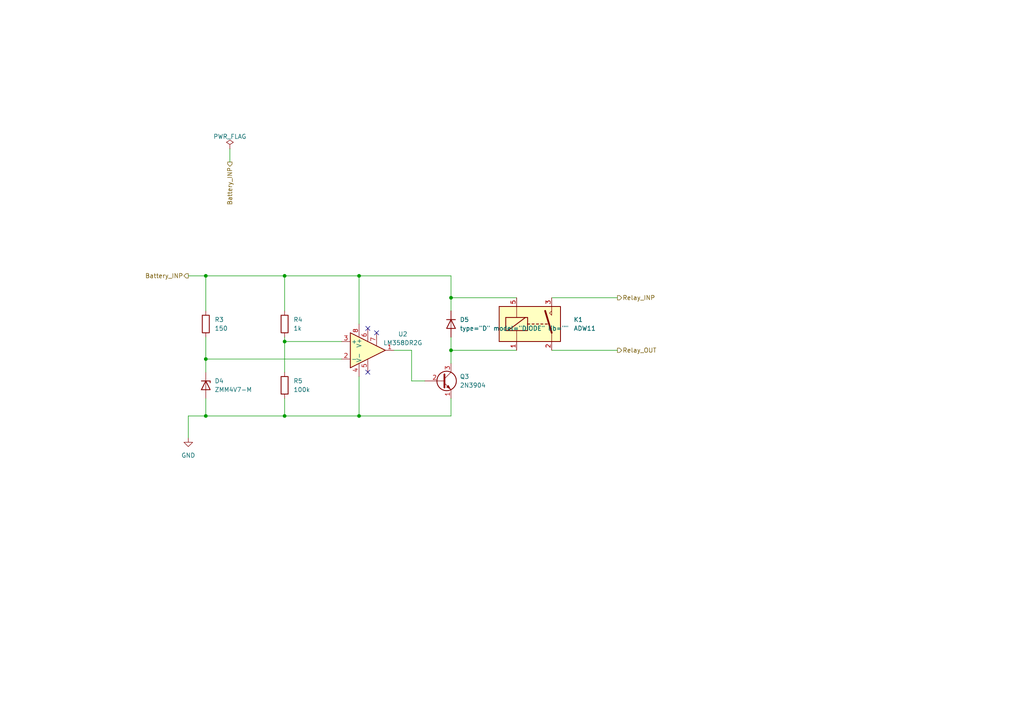
<source format=kicad_sch>
(kicad_sch (version 20211123) (generator eeschema)
  (paper "A4")
  (lib_symbols
    (symbol "Device:D_Zener" (pin_numbers hide) (pin_names (offset 1.016) hide)
      (property "Reference" "D" (at 0 2.54 0))
      (property "Value" "D_Zener" (at 0 -2.54 0))
      (symbol "D_Zener_0_1"
        (polyline (pts (xy 1.27 0) (xy -1.27 0)))
        (polyline (pts (xy -1.27 -1.27) (xy -1.27 1.27) (xy -0.762 1.27)) (stroke (width 0.254)))
        (polyline (pts (xy 1.27 -1.27) (xy 1.27 1.27) (xy -1.27 0) (xy 1.27 -1.27)) (stroke (width 0.254)))
      )
      (symbol "D_Zener_1_1"
        (pin passive line (at -3.81 0 0) (length 2.54) (name "K") (number "1"))
        (pin passive line (at 3.81 0 180) (length 2.54) (name "A") (number "2"))
      )
    )
    (symbol "Device:R" (pin_numbers hide) (pin_names (offset 0))
      (property "Reference" "R" (at 2.032 0 90))
      (property "Value" "R" (at 0 0 90))
      (symbol "R_0_1"
        (rectangle (start -1.016 -2.54) (end 1.016 2.54) (stroke (width 0.254)))
      )
      (symbol "R_1_1"
        (pin passive line (at 0 3.81 270) (length 1.27) (name "~") (number "1"))
        (pin passive line (at 0 -3.81 90) (length 1.27) (name "~") (number "2"))
      )
    )
    (symbol "Relay:G5Q-1A"
      (property "Reference" "K" (at 8.89 3.81 0))
      (property "Value" "G5Q-1A" (at 8.89 1.27 0))
      (symbol "G5Q-1A_0_0"
        (polyline (pts (xy 5.08 5.08) (xy 5.08 2.54) (xy 4.445 3.175) (xy 5.08 3.81)))
      )
      (symbol "G5Q-1A_0_1"
        (rectangle (start -10.16 5.08) (end 7.62 -5.08) (stroke (width 0.254)) (fill (type background)))
        (rectangle (start -8.255 1.905) (end -1.905 -1.905) (stroke (width 0.254)))
        (polyline (pts (xy -7.62 -1.905) (xy -2.54 1.905)) (stroke (width 0.254)))
        (polyline (pts (xy -5.08 -5.08) (xy -5.08 -1.905)))
        (polyline (pts (xy -5.08 5.08) (xy -5.08 1.905)))
        (polyline (pts (xy -1.905 0) (xy -1.27 0)) (stroke (width 0.254)))
        (polyline (pts (xy -0.635 0) (xy 0 0)) (stroke (width 0.254)))
        (polyline (pts (xy 0.635 0) (xy 1.27 0)) (stroke (width 0.254)))
        (polyline (pts (xy 1.905 0) (xy 2.54 0)) (stroke (width 0.254)))
        (polyline (pts (xy 3.175 0) (xy 3.81 0)) (stroke (width 0.254)))
        (polyline (pts (xy 5.08 -2.54) (xy 3.175 3.81)) (stroke (width 0.508)))
        (polyline (pts (xy 5.08 -2.54) (xy 5.08 -5.08)))
      )
      (symbol "G5Q-1A_1_1"
        (pin passive line (at -5.08 -7.62 90) (length 2.54) (name "~") (number "1"))
        (pin passive line (at 5.08 -7.62 90) (length 2.54) (name "~") (number "2"))
        (pin passive line (at 5.08 7.62 270) (length 2.54) (name "~") (number "3"))
        (pin passive line (at -5.08 7.62 270) (length 2.54) (name "~") (number "5"))
      )
    )
    (symbol "Simulation_SPICE:DIODE" (pin_numbers hide) (pin_names (offset 1.016) hide)
      (property "Reference" "D" (at 0 2.54 0))
      (property "Value" "DIODE" (at 0 -2.54 0))
      (symbol "DIODE_0_1"
        (polyline (pts (xy 1.27 0) (xy -1.27 0)))
        (polyline (pts (xy 1.27 1.27) (xy 1.27 -1.27)) (stroke (width 0.254)))
        (polyline (pts (xy -1.27 -1.27) (xy -1.27 1.27) (xy 1.27 0) (xy -1.27 -1.27)) (stroke (width 0.254)))
      )
      (symbol "DIODE_1_1"
        (pin passive line (at -3.81 0 0) (length 2.54) (name "A") (number "1"))
        (pin passive line (at 3.81 0 180) (length 2.54) (name "K") (number "2"))
      )
    )
    (symbol "Symbol_EEE3088F:LM358DR2G" (pin_names (offset 0.254))
      (property "Reference" "U" (at 3.81 3.175 0))
      (property "Value" "LM358DR2G" (at 3.81 -3.175 0))
      (symbol "LM358DR2G_0_1"
        (polyline (pts (xy 5.08 0) (xy -5.08 5.08) (xy -5.08 -5.08) (xy 5.08 0)) (stroke (width 0.254)) (fill (type background)))
      )
      (symbol "LM358DR2G_1_1"
        (pin output line (at 7.62 0 180) (length 2.54) (name "~") (number "1"))
        (pin input line (at -7.62 -2.54 0) (length 2.54) (name "-") (number "2"))
        (pin input line (at -7.62 2.54 0) (length 2.54) (name "+") (number "3"))
        (pin power_in line (at -2.54 -7.62 90) (length 3.81) (name "V-") (number "4"))
        (pin passive line (at 0 -6.35 90) (length 3.81) (name "") (number "5"))
        (pin passive line (at 0 6.35 270) (length 3.81) (name "") (number "6"))
        (pin passive line (at 2.54 5.08 270) (length 3.81) (name "") (number "7"))
        (pin power_in line (at -2.54 7.62 270) (length 3.81) (name "V+") (number "8"))
      )
    )
    (symbol "Transistor_BJT:2N3904" (pin_names (offset 0) hide)
      (property "Reference" "Q" (at 5.08 1.905 0))
      (property "Value" "2N3904" (at 5.08 0 0))
      (symbol "2N3904_0_1"
        (polyline (pts (xy 0.635 0.635) (xy 2.54 2.54)))
        (polyline (pts (xy 0.635 -0.635) (xy 2.54 -2.54) (xy 2.54 -2.54)))
        (polyline (pts (xy 0.635 1.905) (xy 0.635 -1.905) (xy 0.635 -1.905)) (stroke (width 0.508)))
        (polyline (pts (xy 1.27 -1.778) (xy 1.778 -1.27) (xy 2.286 -2.286) (xy 1.27 -1.778) (xy 1.27 -1.778)) (fill (type outline)))
        (circle (center 1.27 0) (radius 2.8194) (stroke (width 0.254)))
      )
      (symbol "2N3904_1_1"
        (pin passive line (at 2.54 -5.08 90) (length 2.54) (name "E") (number "1"))
        (pin passive line (at -5.08 0 0) (length 5.715) (name "B") (number "2"))
        (pin passive line (at 2.54 5.08 270) (length 2.54) (name "C") (number "3"))
      )
    )
    (symbol "power:GND" (power) (pin_names (offset 0))
      (property "Value" "GND" (at 0 -3.81 0))
      (symbol "GND_0_1"
        (polyline (pts (xy 0 0) (xy 0 -1.27) (xy 1.27 -1.27) (xy 0 -2.54) (xy -1.27 -1.27) (xy 0 -1.27)))
      )
      (symbol "GND_1_1"
        (pin power_in line (at 0 0 270) (length 0) hide (name "GND") (number "1"))
      )
    )
    (symbol "power:PWR_FLAG" (power) (pin_numbers hide) (pin_names (offset 0) hide)
      (property "Value" "PWR_FLAG" (at 0 3.81 0))
      (symbol "PWR_FLAG_0_0"
        (pin power_out line (at 0 0 90) (length 0) (name "pwr") (number "1"))
      )
      (symbol "PWR_FLAG_0_1"
        (polyline (pts (xy 0 0) (xy 0 1.27) (xy -1.016 1.905) (xy 0 2.54) (xy 1.016 1.905) (xy 0 1.27)))
      )
    )
  )
  (junction (at 82.55 120.65))
  (junction (at 130.81 101.6))
  (junction (at 104.14 80.01))
  (junction (at 82.55 99.06))
  (junction (at 130.81 86.36))
  (junction (at 59.69 80.01))
  (junction (at 59.69 120.65))
  (junction (at 59.69 104.14))
  (junction (at 82.55 80.01))
  (junction (at 104.14 120.65))
  (no_connect (at 106.68 107.95))
  (no_connect (at 106.68 95.25))
  (no_connect (at 109.22 96.52))
  (wire (pts (xy 104.14 80.01) (xy 82.55 80.01)))
  (wire (pts (xy 119.38 101.6) (xy 119.38 110.49)))
  (wire (pts (xy 104.14 80.01) (xy 104.14 93.98)))
  (wire (pts (xy 59.69 80.01) (xy 59.69 90.17)))
  (wire (pts (xy 82.55 99.06) (xy 82.55 107.95)))
  (wire (pts (xy 59.69 115.57) (xy 59.69 120.65)))
  (wire (pts (xy 82.55 99.06) (xy 99.06 99.06)))
  (wire (pts (xy 149.86 86.36) (xy 130.81 86.36)))
  (wire (pts (xy 130.81 80.01) (xy 104.14 80.01)))
  (wire (pts (xy 130.81 86.36) (xy 130.81 80.01)))
  (wire (pts (xy 130.81 101.6) (xy 149.86 101.6)))
  (wire (pts (xy 82.55 120.65) (xy 104.14 120.65)))
  (wire (pts (xy 130.81 86.36) (xy 130.81 90.17)))
  (wire (pts (xy 119.38 110.49) (xy 123.19 110.49)))
  (wire (pts (xy 130.81 97.79) (xy 130.81 101.6)))
  (wire (pts (xy 59.69 104.14) (xy 99.06 104.14)))
  (wire (pts (xy 104.14 120.65) (xy 130.81 120.65)))
  (wire (pts (xy 66.675 43.18) (xy 66.675 46.99)))
  (wire (pts (xy 130.81 115.57) (xy 130.81 120.65)))
  (wire (pts (xy 54.61 80.01) (xy 59.69 80.01)))
  (wire (pts (xy 54.61 120.65) (xy 59.69 120.65)))
  (wire (pts (xy 114.3 101.6) (xy 119.38 101.6)))
  (wire (pts (xy 59.69 104.14) (xy 59.69 107.95)))
  (wire (pts (xy 130.81 101.6) (xy 130.81 105.41)))
  (wire (pts (xy 160.02 86.36) (xy 179.07 86.36)))
  (wire (pts (xy 82.55 97.79) (xy 82.55 99.06)))
  (wire (pts (xy 54.61 127) (xy 54.61 120.65)))
  (wire (pts (xy 59.69 97.79) (xy 59.69 104.14)))
  (wire (pts (xy 59.69 120.65) (xy 82.55 120.65)))
  (wire (pts (xy 82.55 80.01) (xy 82.55 90.17)))
  (wire (pts (xy 160.02 101.6) (xy 179.07 101.6)))
  (wire (pts (xy 82.55 80.01) (xy 59.69 80.01)))
  (wire (pts (xy 104.14 109.22) (xy 104.14 120.65)))
  (wire (pts (xy 82.55 115.57) (xy 82.55 120.65)))
  (hierarchical_label "Battery_INP" (shape output) (at 54.61 80.01 180))
  (hierarchical_label "Relay_OUT" (shape output) (at 179.07 101.6 0))
  (hierarchical_label "Relay_INP" (shape output) (at 179.07 86.36 0))
  (hierarchical_label "Battery_INP" (shape output) (at 66.675 46.99 270))
  (symbol (lib_id "Simulation_SPICE:DIODE") (at 130.81 93.98 90) (unit 1)
    (property "Reference" "D5" (at 133.35 92.7099 90) (effects (justify right)))
    (property "Value" "DIODE" (at 133.35 95.2499 90) (effects (justify right)))
    (property "Footprint" "Footprint_EEE3088F:DO-214AC_L4.3-W2.7-LS5.3-RD" (effects hide))
    (property "Spice_Netlist_Enabled" "Y" (effects hide))
    (property "Spice_Primitive" "D" (effects hide))
    (property "JLC Part #" "C95872" (effects hide))
    (property "Price" "0.0089" (effects hide))
  )
  (symbol (lib_id "Device:R") (at 59.69 93.98 0) (unit 1)
    (property "Reference" "R3" (at 62.23 92.7099 0) (effects (justify left)))
    (property "Value" "150" (at 62.23 95.2499 0) (effects (justify left)))
    (property "Footprint" "Resistor_SMD:R_0402_1005Metric" (effects hide))
    (property "JLC Part #" "C25082" (effects hide))
    (property "Price" "0.0007" (effects hide))
  )
  (symbol (lib_id "Transistor_BJT:2N3904") (at 128.27 110.49 0) (unit 1)
    (property "Reference" "Q3" (at 133.35 109.2199 0) (effects (justify left)))
    (property "Value" "2N3904" (at 133.35 111.7599 0) (effects (justify left)))
    (property "Footprint" "Package_TO_SOT_SMD:SOT-23" (effects hide))
    (property "Datasheet" "https://www.onsemi.com/pub/Collateral/2N3903-D.PDF" (effects hide))
    (property "JLC Part #" "C20526" (effects hide))
    (property "Price" "0.0153" (effects hide))
  )
  (symbol (lib_id "power:GND") (at 54.61 127 0) (unit 1)
    (property "Reference" "#PWR018" (effects hide))
    (property "Value" "GND" (at 54.61 132.08 0))
  )
  (symbol (lib_id "Device:R") (at 82.55 93.98 0) (unit 1)
    (property "Reference" "R4" (at 85.09 92.7099 0) (effects (justify left)))
    (property "Value" "1k" (at 85.09 95.2499 0) (effects (justify left)))
    (property "Footprint" "Resistor_SMD:R_0402_1005Metric" (effects hide))
    (property "JLC Part #" "C11702" (effects hide))
    (property "Price" "0.0008" (effects hide))
  )
  (symbol (lib_id "Device:R") (at 82.55 111.76 0) (unit 1)
    (property "Reference" "R5" (at 85.09 110.4899 0) (effects (justify left)))
    (property "Value" "100k" (at 85.09 113.0299 0) (effects (justify left)))
    (property "Footprint" "Resistor_SMD:R_0402_1005Metric" (effects hide))
    (property "JLC Part #" "C25744" (effects hide))
    (property "Price" "0.0007" (effects hide))
  )
  (symbol (lib_id "Symbol_EEE3088F:LM358DR2G") (at 106.68 101.6 0) (unit 1)
    (property "Reference" "U2" (at 116.84 96.901 0))
    (property "Value" "LM358DR2G" (at 116.84 99.441 0))
    (property "Footprint" "Package_SO:SOIC-8_3.9x4.9mm_P1.27mm" (effects hide))
    (property "JLC Part #" "C7950" (effects hide))
    (property "Price" "0.149" (effects hide))
  )
  (symbol (lib_id "power:PWR_FLAG") (at 66.675 43.18 0) (unit 1)
    (property "Reference" "#FLG0102" (effects hide))
    (property "Value" "PWR_FLAG" (at 66.675 39.6042 0))
  )
  (symbol (lib_id "Relay:G5Q-1A") (at 154.94 93.98 0) (unit 1)
    (property "Reference" "K1" (at 166.37 92.7099 0) (effects (justify left)))
    (property "Value" "ADW11" (at 166.37 95.2499 0) (effects (justify left)))
    (property "Footprint" "Relay_THT:Relay_SPST_Omron-G5Q-1A" (effects hide))
    (property "Datasheet" "https://www.omron.com/ecb/products/pdf/en-g5q.pdf" (effects hide))
    (property "JLC Part #" "C34758" (effects hide))
    (property "Price" "0.5145" (effects hide))
  )
  (symbol (lib_id "Device:D_Zener") (at 59.69 111.76 270) (unit 1)
    (property "Reference" "D4" (at 62.23 110.4899 90) (effects (justify left)))
    (property "Value" "ZMM4V7-M" (at 62.23 113.0299 90) (effects (justify left)))
    (property "Footprint" "Footprint_EEE3088F:LL-34_L3.5-W1.5-RD" (effects hide))
    (property "JLC Part #" "C707193" (effects hide))
    (property "Price" "0.0159" (effects hide))
  )
)
</source>
